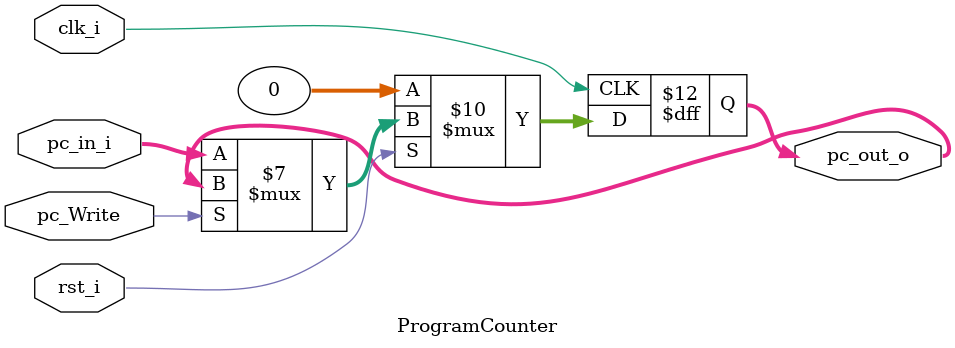
<source format=v>

module ProgramCounter(
   clk_i,
	rst_i,
	pc_Write,
	pc_in_i,
	pc_out_o

	);
     
//I/O ports
input           clk_i;
input	        rst_i;
input         pc_Write;
input  [32-1:0] pc_in_i;
output [32-1:0] pc_out_o;
 
//Internal Signals
reg    [32-1:0] pc_out_o;
 
//Parameter

    
//Main function
always @(posedge clk_i) begin
    if(~rst_i)
	    pc_out_o <= 0;
	else if(pc_Write==0)
	    pc_out_o <= pc_in_i;
	else if(pc_Write==1)
       pc_out_o <=pc_out_o;	
end

endmodule



                    
                    
</source>
